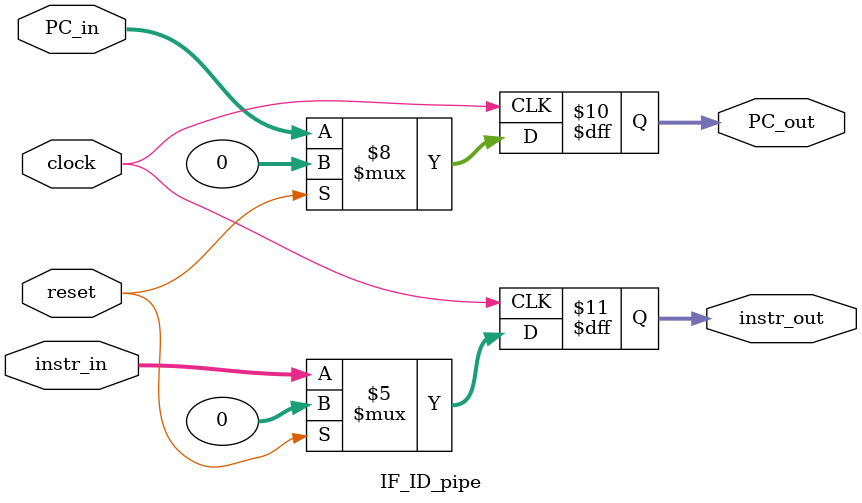
<source format=v>

module IF_ID_pipe(
	input wire clock,
	input wire reset,
	input wire [31:0] PC_in,
	input wire [31:0] instr_in,
	output reg [31:0] PC_out,
	output reg [31:0]	instr_out
	);
	
	initial begin
		instr_out = 0;
	end
	
	always @(posedge clock) begin
	
		if (reset == 1'b1) begin
			PC_out<=0;
			instr_out<=0;
		end
		
		else begin
			PC_out<=PC_in;
			instr_out<=instr_in;
		end
		
	end
endmodule
</source>
